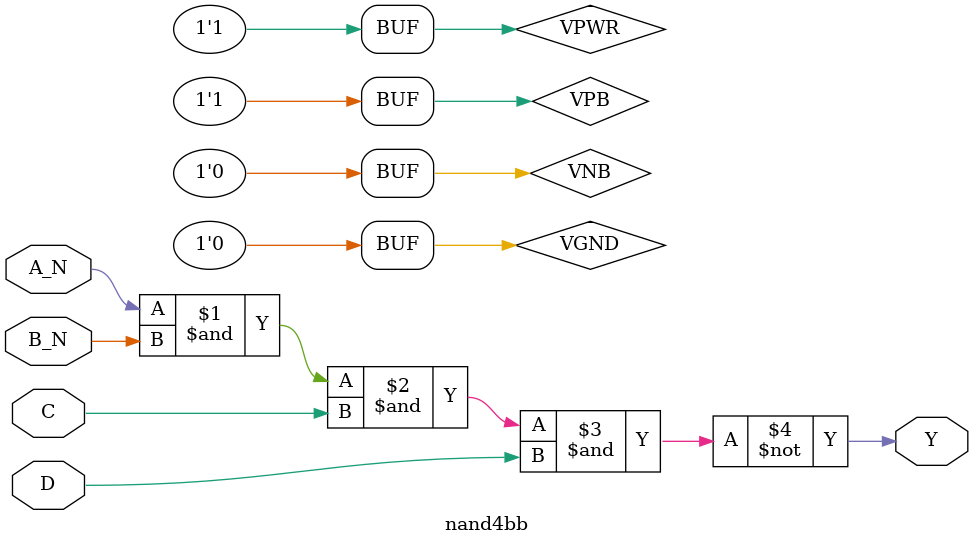
<source format=v>
module nand4bb (
    input  A_N,
    input  B_N,
    input  C  ,
    input  D  ,
    output Y
);

    assign Y = ~(A_N & B_N & C & D);

    // Voltage supply signals
    supply1 VPWR;
    supply0 VGND;
    supply1 VPB ;
    supply0 VNB ;

endmodule
</source>
